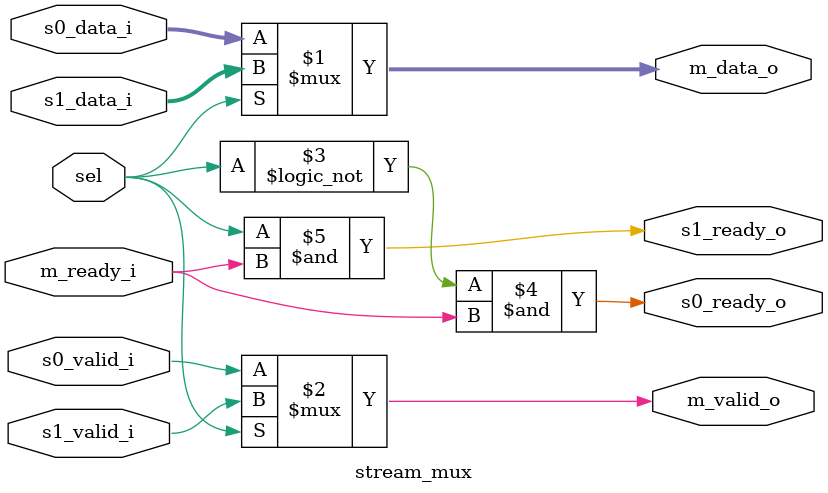
<source format=v>
module stream_mux
  #(parameter DW=0)
  (input 	   sel,
   input [DW-1:0]  s0_data_i,
   input 	   s0_valid_i,
   output 	   s0_ready_o,
   input [DW-1:0]  s1_data_i,
   input 	   s1_valid_i,
   output 	   s1_ready_o,
   output [DW-1:0] m_data_o,
   output 	   m_valid_o,
   input 	   m_ready_i);

   assign m_data_o  = sel ? s1_data_i : s0_data_i;
   assign m_valid_o = sel ? s1_valid_i : s0_valid_i;
   assign s0_ready_o = !sel & m_ready_i;
   assign s1_ready_o = sel & m_ready_i;

endmodule

</source>
